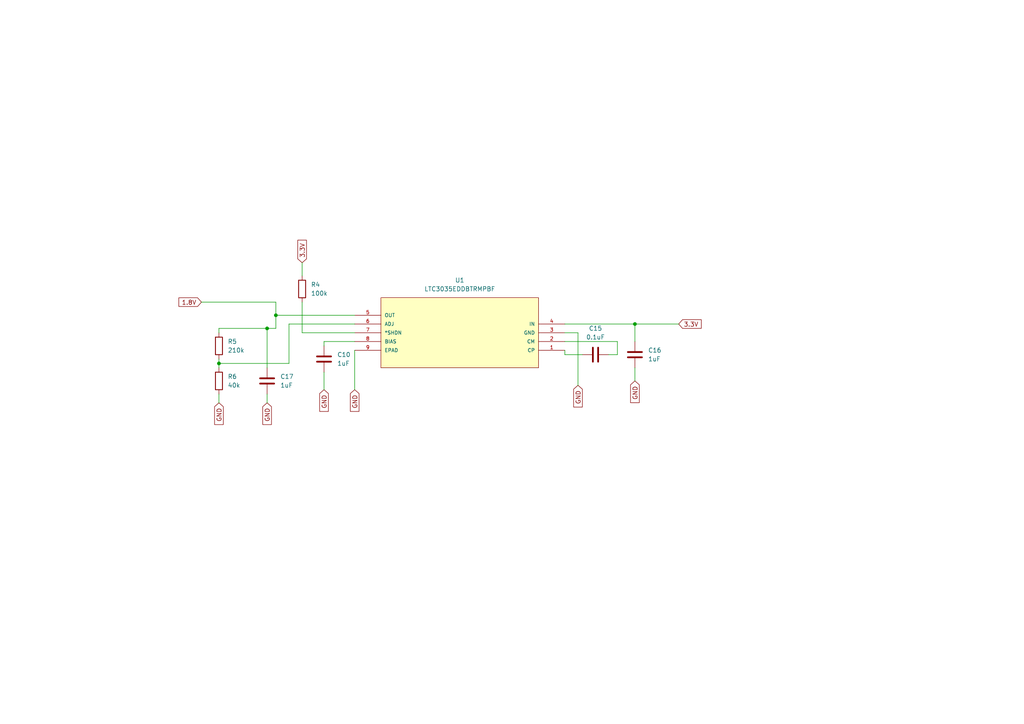
<source format=kicad_sch>
(kicad_sch (version 20231120) (generator "eeschema") (generator_version "8.0")
  (paper "A4")
  (lib_symbols
    (symbol "Device:C" (pin_numbers hide) (pin_names (offset 0.254))
      (property "Reference" "C" (at 0.635 2.54 0))
      (property "Value" "C" (at 0.635 -2.54 0))
      (symbol "C_0_1"
        (polyline (pts (xy -2.032 -0.762) (xy 2.032 -0.762)) (stroke (width 0.508)))
        (polyline (pts (xy -2.032 0.762) (xy 2.032 0.762)) (stroke (width 0.508)))
      )
      (symbol "C_1_1"
        (pin passive line (at 0 3.81 270) (length 2.794) (name "~") (number "1"))
        (pin passive line (at 0 -3.81 90) (length 2.794) (name "~") (number "2"))
      )
    )
    (symbol "Device:R" (pin_numbers hide) (pin_names (offset 0))
      (property "Reference" "R" (at 2.032 0 90))
      (property "Value" "R" (at 0 0 90))
      (symbol "R_0_1"
        (rectangle (start -1.016 -2.54) (end 1.016 2.54) (stroke (width 0.254)))
      )
      (symbol "R_1_1"
        (pin passive line (at 0 3.81 270) (length 1.27) (name "~") (number "1"))
        (pin passive line (at 0 -3.81 90) (length 1.27) (name "~") (number "2"))
      )
    )
    (symbol "LTC3035EDDBPBF:LTC3035EDDBPBF" (pin_names (offset 1.016))
      (property "Reference" "U" (at 25.7556 9.1186 0))
      (property "Value" "LTC3035EDDBPBF" (at 25.1206 6.5786 0))
      (symbol "LTC3035EDDBPBF_0_0"
        (rectangle (start 7.62 -15.24) (end 53.34 5.08) (stroke (width 0.1524)) (fill (type background)))
        (pin passive line (at 0 0 0) (length 7.62) (name "CP") (number "1"))
        (pin passive line (at 0 -2.54 0) (length 7.62) (name "CM") (number "2"))
        (pin power_in line (at 0 -5.08 0) (length 7.62) (name "GND") (number "3"))
        (pin input line (at 0 -7.62 0) (length 7.62) (name "IN") (number "4"))
        (pin output line (at 60.96 -10.16 180) (length 7.62) (name "OUT") (number "5"))
        (pin input line (at 60.96 -7.62 180) (length 7.62) (name "ADJ") (number "6"))
        (pin input line (at 60.96 -5.08 180) (length 7.62) (name "*SHDN") (number "7"))
        (pin output line (at 60.96 -2.54 180) (length 7.62) (name "BIAS") (number "8"))
        (pin passive line (at 60.96 0 180) (length 7.62) (name "EPAD") (number "9"))
      )
    )
  )
  (junction (at 184.15 93.98))
  (junction (at 63.5 105.41))
  (junction (at 80.01 91.44))
  (junction (at 77.47 95.25))
  (wire (pts (xy 63.5 105.41) (xy 63.5 106.68)))
  (wire (pts (xy 184.15 106.68) (xy 184.15 110.49)))
  (wire (pts (xy 163.83 93.98) (xy 184.15 93.98)))
  (wire (pts (xy 184.15 93.98) (xy 196.85 93.98)))
  (wire (pts (xy 102.87 96.52) (xy 87.63 96.52)))
  (wire (pts (xy 83.82 93.98) (xy 102.87 93.98)))
  (wire (pts (xy 163.83 102.87) (xy 168.91 102.87)))
  (wire (pts (xy 63.5 95.25) (xy 63.5 96.52)))
  (wire (pts (xy 83.82 93.98) (xy 83.82 105.41)))
  (wire (pts (xy 163.83 99.06) (xy 179.07 99.06)))
  (wire (pts (xy 167.64 96.52) (xy 163.83 96.52)))
  (wire (pts (xy 63.5 95.25) (xy 77.47 95.25)))
  (wire (pts (xy 63.5 104.14) (xy 63.5 105.41)))
  (wire (pts (xy 176.53 102.87) (xy 179.07 102.87)))
  (wire (pts (xy 80.01 87.63) (xy 80.01 91.44)))
  (wire (pts (xy 77.47 95.25) (xy 80.01 95.25)))
  (wire (pts (xy 80.01 91.44) (xy 102.87 91.44)))
  (wire (pts (xy 58.42 87.63) (xy 80.01 87.63)))
  (wire (pts (xy 93.98 99.06) (xy 93.98 100.33)))
  (wire (pts (xy 63.5 114.3) (xy 63.5 116.84)))
  (wire (pts (xy 184.15 99.06) (xy 184.15 93.98)))
  (wire (pts (xy 102.87 99.06) (xy 93.98 99.06)))
  (wire (pts (xy 102.87 101.6) (xy 102.87 113.03)))
  (wire (pts (xy 167.64 96.52) (xy 167.64 111.76)))
  (wire (pts (xy 93.98 107.95) (xy 93.98 113.03)))
  (wire (pts (xy 87.63 76.2) (xy 87.63 80.01)))
  (wire (pts (xy 163.83 102.87) (xy 163.83 101.6)))
  (wire (pts (xy 77.47 116.84) (xy 77.47 114.3)))
  (wire (pts (xy 87.63 87.63) (xy 87.63 96.52)))
  (wire (pts (xy 80.01 91.44) (xy 80.01 95.25)))
  (wire (pts (xy 77.47 95.25) (xy 77.47 106.68)))
  (wire (pts (xy 179.07 99.06) (xy 179.07 102.87)))
  (wire (pts (xy 83.82 105.41) (xy 63.5 105.41)))
  (global_label "3.3V" (shape input) (at 87.63 76.2 90) (property "Intersheetrefs" "${INTERSHEET_REFS}" (effects (hide yes))))
  (global_label "GND" (shape input) (at 167.64 111.76 270) (property "Intersheetrefs" "${INTERSHEET_REFS}" (effects (hide yes))))
  (global_label "GND" (shape input) (at 102.87 113.03 270) (property "Intersheetrefs" "${INTERSHEET_REFS}" (effects (hide yes))))
  (global_label "3.3V" (shape input) (at 196.85 93.98 0) (property "Intersheetrefs" "${INTERSHEET_REFS}" (effects (hide yes))))
  (global_label "GND" (shape input) (at 93.98 113.03 270) (property "Intersheetrefs" "${INTERSHEET_REFS}" (effects (hide yes))))
  (global_label "1.8V" (shape input) (at 58.42 87.63 180) (property "Intersheetrefs" "${INTERSHEET_REFS}" (effects (hide yes))))
  (global_label "GND" (shape input) (at 63.5 116.84 270) (property "Intersheetrefs" "${INTERSHEET_REFS}" (effects (hide yes))))
  (global_label "GND" (shape input) (at 77.47 116.84 270) (property "Intersheetrefs" "${INTERSHEET_REFS}" (effects (hide yes))))
  (global_label "GND" (shape input) (at 184.15 110.49 270) (property "Intersheetrefs" "${INTERSHEET_REFS}" (effects (hide yes))))
  (symbol (lib_id "Device:R") (at 63.5 100.33 0) (unit 1)
    (property "Reference" "R5" (at 66.04 99.0599 0) (effects (justify left)))
    (property "Value" "210k" (at 66.04 101.5999 0) (effects (justify left)))
    (property "Description" "Resistor" (effects (hide yes)))
  )
  (symbol (lib_id "Device:R") (at 87.63 83.82 0) (unit 1)
    (property "Reference" "R4" (at 90.17 82.5499 0) (effects (justify left)))
    (property "Value" "100k" (at 90.17 85.0899 0) (effects (justify left)))
    (property "Description" "Resistor" (effects (hide yes)))
  )
  (symbol (lib_id "Device:C") (at 184.15 102.87 180) (unit 1)
    (property "Reference" "C16" (at 187.96 101.5999 0) (effects (justify right)))
    (property "Value" "1uF" (at 187.96 104.1399 0) (effects (justify right)))
    (property "Description" "Unpolarized capacitor" (effects (hide yes)))
  )
  (symbol (lib_id "Device:C") (at 93.98 104.14 0) (unit 1)
    (property "Reference" "C10" (at 97.79 102.8699 0) (effects (justify left)))
    (property "Value" "1uF" (at 97.79 105.4099 0) (effects (justify left)))
    (property "Description" "Unpolarized capacitor" (effects (hide yes)))
  )
  (symbol (lib_id "LTC3035EDDBPBF:LTC3035EDDBPBF") (at 163.83 101.6 180) (unit 1)
    (property "Reference" "U1" (at 133.35 81.28 0))
    (property "Value" "LTC3035EDDBTRMPBF" (at 133.35 83.82 0))
    (property "Footprint" "LTC3035EDDBPBF:DFN-8_DDB" (effects (hide yes)))
    (property "MF" "Analog Devices" (effects (hide yes)))
    (property "VENDOR" "Linear Technology" (effects (hide yes)))
    (property "Description_1" "\n                        \n                            LTC3035 - 300mA VLDO Linear Regulator with Charge Pump Bias Generator\n                        \n" (effects (hide yes)))
    (property "Package" "DFN-8 Linear Technology" (effects (hide yes)))
    (property "Price" "None" (effects (hide yes)))
    (property "Check_prices" "https://www.snapeda.com/parts/LTC3035EDDB%23PBF/Analog+Devices/view-part/?ref=eda" (effects (hide yes)))
    (property "SnapEDA_Link" "https://www.snapeda.com/parts/LTC3035EDDB%23PBF/Analog+Devices/view-part/?ref=snap" (effects (hide yes)))
    (property "MP" "LTC3035EDDB#PBF" (effects (hide yes)))
    (property "Availability" "In Stock" (effects (hide yes)))
    (property "MANUFACTURER_PART_NUMBER" "ltc3035eddb#pbf" (effects (hide yes)))
  )
  (symbol (lib_id "Device:R") (at 63.5 110.49 0) (unit 1)
    (property "Reference" "R6" (at 66.04 109.2199 0) (effects (justify left)))
    (property "Value" "40k" (at 66.04 111.7599 0) (effects (justify left)))
    (property "Description" "Resistor" (effects (hide yes)))
  )
  (symbol (lib_id "Device:C") (at 77.47 110.49 0) (unit 1)
    (property "Reference" "C17" (at 81.28 109.2199 0) (effects (justify left)))
    (property "Value" "1uF" (at 81.28 111.7599 0) (effects (justify left)))
    (property "Description" "Unpolarized capacitor" (effects (hide yes)))
  )
  (symbol (lib_id "Device:C") (at 172.72 102.87 270) (unit 1)
    (property "Reference" "C15" (at 172.72 95.25 90))
    (property "Value" "0.1uF" (at 172.72 97.79 90))
    (property "Description" "Unpolarized capacitor" (effects (hide yes)))
  )
)
</source>
